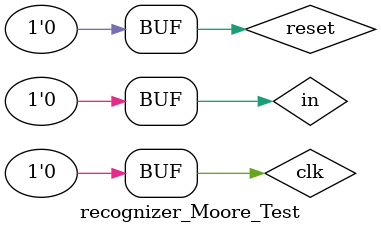
<source format=v>
`timescale 1ns / 1ps


module recognizer_Moore_Test;

	// Inputs
	reg clk;
	reg in;
	reg reset;

	// Outputs
	wire out;

	// Instantiate the Unit Under Test (UUT)
	recognizer_Moore uut (
		.clk(clk), 
		.in(in), 
		.reset(reset), 
		.out(out)
	);

	initial begin
		// Initialize Inputs

		clk = 0;		
		in = 0;		
		reset = 0;

		// Wait 100 ns for global reset to finish

		#5 in = 0;		
		#20 in = 1;
		#20 in = 0;		
		#20 in = 1;
		#20 in = 1;		
		#20 in = 1;
		#20 in = 0;		
		#20 in = 1;
		#20 in = 0;		
		#20 in = 0;
		#20 in = 1;		
		#20 in = 0;
		#20 reset = 1;	
		#20 reset = 0;
		#20 in = 0;		
		#20 in = 1;
		#20 in = 0;
	end

	always
	begin
		#10 clk = 1;
		#10 clk = 0;
	end


      
endmodule


</source>
